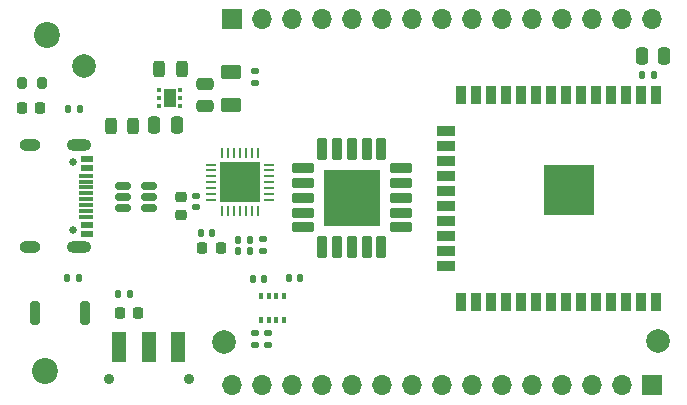
<source format=gbr>
%TF.GenerationSoftware,KiCad,Pcbnew,7.0.5-0*%
%TF.CreationDate,2024-04-28T23:55:43+02:00*%
%TF.ProjectId,esp32-eter,65737033-322d-4657-9465-722e6b696361,rev?*%
%TF.SameCoordinates,Original*%
%TF.FileFunction,Soldermask,Top*%
%TF.FilePolarity,Negative*%
%FSLAX46Y46*%
G04 Gerber Fmt 4.6, Leading zero omitted, Abs format (unit mm)*
G04 Created by KiCad (PCBNEW 7.0.5-0) date 2024-04-28 23:55:43*
%MOMM*%
%LPD*%
G01*
G04 APERTURE LIST*
G04 Aperture macros list*
%AMRoundRect*
0 Rectangle with rounded corners*
0 $1 Rounding radius*
0 $2 $3 $4 $5 $6 $7 $8 $9 X,Y pos of 4 corners*
0 Add a 4 corners polygon primitive as box body*
4,1,4,$2,$3,$4,$5,$6,$7,$8,$9,$2,$3,0*
0 Add four circle primitives for the rounded corners*
1,1,$1+$1,$2,$3*
1,1,$1+$1,$4,$5*
1,1,$1+$1,$6,$7*
1,1,$1+$1,$8,$9*
0 Add four rect primitives between the rounded corners*
20,1,$1+$1,$2,$3,$4,$5,0*
20,1,$1+$1,$4,$5,$6,$7,0*
20,1,$1+$1,$6,$7,$8,$9,0*
20,1,$1+$1,$8,$9,$2,$3,0*%
G04 Aperture macros list end*
%ADD10RoundRect,0.135000X0.135000X0.185000X-0.135000X0.185000X-0.135000X-0.185000X0.135000X-0.185000X0*%
%ADD11C,2.000000*%
%ADD12R,1.700000X1.700000*%
%ADD13O,1.700000X1.700000*%
%ADD14R,0.900000X1.500000*%
%ADD15R,1.500000X0.900000*%
%ADD16C,0.600000*%
%ADD17R,4.200000X4.200000*%
%ADD18RoundRect,0.140000X-0.140000X-0.170000X0.140000X-0.170000X0.140000X0.170000X-0.140000X0.170000X0*%
%ADD19RoundRect,0.200000X-0.200000X-0.275000X0.200000X-0.275000X0.200000X0.275000X-0.200000X0.275000X0*%
%ADD20RoundRect,0.135000X-0.185000X0.135000X-0.185000X-0.135000X0.185000X-0.135000X0.185000X0.135000X0*%
%ADD21RoundRect,0.093750X0.093750X0.106250X-0.093750X0.106250X-0.093750X-0.106250X0.093750X-0.106250X0*%
%ADD22R,1.000000X1.600000*%
%ADD23C,0.650000*%
%ADD24R,1.000000X0.600000*%
%ADD25R,1.150000X0.300000*%
%ADD26O,2.100000X1.000000*%
%ADD27O,1.800000X1.000000*%
%ADD28RoundRect,0.250000X0.475000X-0.250000X0.475000X0.250000X-0.475000X0.250000X-0.475000X-0.250000X0*%
%ADD29RoundRect,0.243750X0.243750X0.456250X-0.243750X0.456250X-0.243750X-0.456250X0.243750X-0.456250X0*%
%ADD30C,0.900000*%
%ADD31R,1.250000X2.500000*%
%ADD32RoundRect,0.140000X-0.170000X0.140000X-0.170000X-0.140000X0.170000X-0.140000X0.170000X0.140000X0*%
%ADD33R,0.350000X0.500000*%
%ADD34RoundRect,0.250000X-0.625000X0.375000X-0.625000X-0.375000X0.625000X-0.375000X0.625000X0.375000X0*%
%ADD35RoundRect,0.135000X-0.135000X-0.185000X0.135000X-0.185000X0.135000X0.185000X-0.135000X0.185000X0*%
%ADD36RoundRect,0.140000X0.140000X0.170000X-0.140000X0.170000X-0.140000X-0.170000X0.140000X-0.170000X0*%
%ADD37RoundRect,0.225000X-0.250000X0.225000X-0.250000X-0.225000X0.250000X-0.225000X0.250000X0.225000X0*%
%ADD38C,2.200000*%
%ADD39RoundRect,0.250000X-0.250000X-0.475000X0.250000X-0.475000X0.250000X0.475000X-0.250000X0.475000X0*%
%ADD40RoundRect,0.243750X-0.243750X-0.456250X0.243750X-0.456250X0.243750X0.456250X-0.243750X0.456250X0*%
%ADD41RoundRect,0.062500X-0.337500X-0.062500X0.337500X-0.062500X0.337500X0.062500X-0.337500X0.062500X0*%
%ADD42RoundRect,0.062500X-0.062500X-0.337500X0.062500X-0.337500X0.062500X0.337500X-0.062500X0.337500X0*%
%ADD43R,3.350000X3.350000*%
%ADD44RoundRect,0.225000X-0.225000X-0.250000X0.225000X-0.250000X0.225000X0.250000X-0.225000X0.250000X0*%
%ADD45RoundRect,0.200000X0.200000X0.800000X-0.200000X0.800000X-0.200000X-0.800000X0.200000X-0.800000X0*%
%ADD46RoundRect,0.135000X0.185000X-0.135000X0.185000X0.135000X-0.185000X0.135000X-0.185000X-0.135000X0*%
%ADD47RoundRect,0.212500X-0.737500X-0.212500X0.737500X-0.212500X0.737500X0.212500X-0.737500X0.212500X0*%
%ADD48RoundRect,0.212500X-0.212500X-0.737500X0.212500X-0.737500X0.212500X0.737500X-0.212500X0.737500X0*%
%ADD49R,4.800000X4.800000*%
%ADD50RoundRect,0.150000X-0.512500X-0.150000X0.512500X-0.150000X0.512500X0.150000X-0.512500X0.150000X0*%
%ADD51RoundRect,0.225000X0.225000X0.250000X-0.225000X0.250000X-0.225000X-0.250000X0.225000X-0.250000X0*%
G04 APERTURE END LIST*
D10*
%TO.C,R3*%
X87560000Y-71660000D03*
X86540000Y-71660000D03*
%TD*%
D11*
%TO.C,FM2*%
X73500000Y-56000000D03*
%TD*%
D12*
%TO.C,J2*%
X121620000Y-83000000D03*
D13*
X119080000Y-83000000D03*
X116540000Y-83000000D03*
X114000000Y-83000000D03*
X111460000Y-83000000D03*
X108920000Y-83000000D03*
X106380000Y-83000000D03*
X103840000Y-83000000D03*
X101300000Y-83000000D03*
X98760000Y-83000000D03*
X96220000Y-83000000D03*
X93680000Y-83000000D03*
X91140000Y-83000000D03*
X88600000Y-83000000D03*
X86060000Y-83000000D03*
%TD*%
D12*
%TO.C,J3*%
X86060000Y-52000000D03*
D13*
X88600000Y-52000000D03*
X91140000Y-52000000D03*
X93680000Y-52000000D03*
X96220000Y-52000000D03*
X98760000Y-52000000D03*
X101300000Y-52000000D03*
X103840000Y-52000000D03*
X106380000Y-52000000D03*
X108920000Y-52000000D03*
X111460000Y-52000000D03*
X114000000Y-52000000D03*
X116540000Y-52000000D03*
X119080000Y-52000000D03*
X121620000Y-52000000D03*
%TD*%
D14*
%TO.C,U1*%
X121920000Y-58420000D03*
X120650000Y-58420000D03*
X119380000Y-58420000D03*
X118110000Y-58420000D03*
X116840000Y-58420000D03*
X115570000Y-58420000D03*
X114300000Y-58420000D03*
X113030000Y-58420000D03*
X111760000Y-58420000D03*
X110490000Y-58420000D03*
X109220000Y-58420000D03*
X107950000Y-58420000D03*
X106680000Y-58420000D03*
X105410000Y-58420000D03*
D15*
X104160000Y-61460000D03*
X104160000Y-62730000D03*
X104160000Y-64000000D03*
X104160000Y-65270000D03*
X104160000Y-66540000D03*
X104160000Y-67810000D03*
X104160000Y-69080000D03*
X104160000Y-70350000D03*
X104160000Y-71620000D03*
X104160000Y-72890000D03*
D14*
X105410000Y-75920000D03*
X106680000Y-75920000D03*
X107950000Y-75920000D03*
X109220000Y-75920000D03*
X110490000Y-75920000D03*
X111760000Y-75920000D03*
X113030000Y-75920000D03*
X114300000Y-75920000D03*
X115570000Y-75920000D03*
X116840000Y-75920000D03*
X118110000Y-75920000D03*
X119380000Y-75920000D03*
X120650000Y-75920000D03*
X121920000Y-75920000D03*
D16*
X115342500Y-64965000D03*
X113817500Y-64965000D03*
X116105000Y-65727500D03*
X114580000Y-65727500D03*
X113055000Y-65727500D03*
X115342500Y-66490000D03*
D17*
X114580000Y-66490000D03*
D16*
X113817500Y-66490000D03*
X116105000Y-67252500D03*
X114580000Y-67252500D03*
X113055000Y-67252500D03*
X115342500Y-68015000D03*
X113817500Y-68015000D03*
%TD*%
D10*
%TO.C,R8*%
X77420000Y-75300000D03*
X76400000Y-75300000D03*
%TD*%
D18*
%TO.C,C2*%
X120770000Y-56750000D03*
X121730000Y-56750000D03*
%TD*%
D19*
%TO.C,R10*%
X68265000Y-57430000D03*
X69915000Y-57430000D03*
%TD*%
D20*
%TO.C,R7*%
X89050000Y-78600000D03*
X89050000Y-79620000D03*
%TD*%
D21*
%TO.C,U4*%
X81650000Y-59340000D03*
X81650000Y-58690000D03*
X81650000Y-58040000D03*
X79875000Y-58040000D03*
X79875000Y-58690000D03*
X79875000Y-59340000D03*
D22*
X80762500Y-58690000D03*
%TD*%
D23*
%TO.C,J1*%
X72605000Y-64110000D03*
X72605000Y-69890000D03*
D24*
X73755000Y-63800000D03*
X73755000Y-64600000D03*
D25*
X73680000Y-65750000D03*
X73680000Y-66750000D03*
X73680000Y-67250000D03*
X73680000Y-68250000D03*
D24*
X73755000Y-69400000D03*
X73755000Y-70200000D03*
X73755000Y-70200000D03*
X73755000Y-69400000D03*
D25*
X73680000Y-68750000D03*
X73680000Y-67750000D03*
X73680000Y-66250000D03*
X73680000Y-65250000D03*
D24*
X73755000Y-64600000D03*
X73755000Y-63800000D03*
D26*
X73105000Y-62680000D03*
D27*
X68925000Y-62680000D03*
D26*
X73105000Y-71320000D03*
D27*
X68925000Y-71320000D03*
%TD*%
D20*
%TO.C,R9*%
X87962500Y-56350000D03*
X87962500Y-57370000D03*
%TD*%
D28*
%TO.C,C8*%
X83712500Y-59370000D03*
X83712500Y-57470000D03*
%TD*%
D29*
%TO.C,D1*%
X77662500Y-61020000D03*
X75787500Y-61020000D03*
%TD*%
D18*
%TO.C,C3*%
X83370000Y-70070000D03*
X84330000Y-70070000D03*
%TD*%
D30*
%TO.C,SW2*%
X75600000Y-82500000D03*
X82400000Y-82500000D03*
D31*
X76500000Y-79750000D03*
X79000000Y-79750000D03*
X81500000Y-79750000D03*
%TD*%
D32*
%TO.C,C6*%
X82960000Y-66980000D03*
X82960000Y-67940000D03*
%TD*%
D20*
%TO.C,R6*%
X87950000Y-78600000D03*
X87950000Y-79620000D03*
%TD*%
D33*
%TO.C,U5*%
X90450000Y-77485000D03*
X89800000Y-77485000D03*
X89150000Y-77485000D03*
X88500000Y-77485000D03*
X88500000Y-75435000D03*
X89150000Y-75435000D03*
X89800000Y-75435000D03*
X90450000Y-75435000D03*
%TD*%
D34*
%TO.C,D3*%
X85962500Y-56480000D03*
X85962500Y-59280000D03*
%TD*%
D35*
%TO.C,R4*%
X86530000Y-70660000D03*
X87550000Y-70660000D03*
%TD*%
D36*
%TO.C,C9*%
X88730000Y-74000000D03*
X87770000Y-74000000D03*
%TD*%
D37*
%TO.C,C5*%
X81710000Y-67060000D03*
X81710000Y-68610000D03*
%TD*%
D11*
%TO.C,FM3*%
X122100000Y-79230000D03*
%TD*%
D18*
%TO.C,C10*%
X90870000Y-73950000D03*
X91830000Y-73950000D03*
%TD*%
D38*
%TO.C,H2*%
X70166726Y-81750000D03*
%TD*%
D11*
%TO.C,FM1*%
X85320000Y-79320000D03*
%TD*%
D38*
%TO.C,H1*%
X70333274Y-53333274D03*
%TD*%
D39*
%TO.C,C7*%
X79462500Y-61000000D03*
X81362500Y-61000000D03*
%TD*%
D40*
%TO.C,D2*%
X79887500Y-56200000D03*
X81762500Y-56200000D03*
%TD*%
D41*
%TO.C,U3*%
X84260000Y-64310000D03*
X84260000Y-64810000D03*
X84260000Y-65310000D03*
X84260000Y-65810000D03*
X84260000Y-66310000D03*
X84260000Y-66810000D03*
X84260000Y-67310000D03*
D42*
X85210000Y-68260000D03*
X85710000Y-68260000D03*
X86210000Y-68260000D03*
X86710000Y-68260000D03*
X87210000Y-68260000D03*
X87710000Y-68260000D03*
X88210000Y-68260000D03*
D41*
X89160000Y-67310000D03*
X89160000Y-66810000D03*
X89160000Y-66310000D03*
X89160000Y-65810000D03*
X89160000Y-65310000D03*
X89160000Y-64810000D03*
X89160000Y-64310000D03*
D42*
X88210000Y-63360000D03*
X87710000Y-63360000D03*
X87210000Y-63360000D03*
X86710000Y-63360000D03*
X86210000Y-63360000D03*
X85710000Y-63360000D03*
X85210000Y-63360000D03*
D43*
X86710000Y-65810000D03*
%TD*%
D44*
%TO.C,C11*%
X76525000Y-76900000D03*
X78075000Y-76900000D03*
%TD*%
D39*
%TO.C,C1*%
X120750000Y-55100000D03*
X122650000Y-55100000D03*
%TD*%
D35*
%TO.C,R2*%
X72130000Y-59610000D03*
X73150000Y-59610000D03*
%TD*%
D44*
%TO.C,C4*%
X83525000Y-71370000D03*
X85075000Y-71370000D03*
%TD*%
D45*
%TO.C,SW1*%
X73570000Y-76920000D03*
X69370000Y-76920000D03*
%TD*%
D46*
%TO.C,R5*%
X88650000Y-71670000D03*
X88650000Y-70650000D03*
%TD*%
D47*
%TO.C,U6*%
X92030000Y-64620000D03*
X92030000Y-65870000D03*
X92030000Y-67120000D03*
X92030000Y-68370000D03*
X92030000Y-69620000D03*
D48*
X93680000Y-71270000D03*
X94930000Y-71270000D03*
X96180000Y-71270000D03*
X97430000Y-71270000D03*
X98680000Y-71270000D03*
D47*
X100330000Y-69620000D03*
X100330000Y-68370000D03*
X100330000Y-67120000D03*
X100330000Y-65870000D03*
X100330000Y-64620000D03*
D48*
X98680000Y-62970000D03*
X97430000Y-62970000D03*
X96180000Y-62970000D03*
X94930000Y-62970000D03*
X93680000Y-62970000D03*
D49*
X96180000Y-67120000D03*
%TD*%
D35*
%TO.C,R1*%
X72100000Y-73920000D03*
X73120000Y-73920000D03*
%TD*%
D50*
%TO.C,U2*%
X76762500Y-66130000D03*
X76762500Y-67080000D03*
X76762500Y-68030000D03*
X79037500Y-68030000D03*
X79037500Y-67080000D03*
X79037500Y-66130000D03*
%TD*%
D51*
%TO.C,C12*%
X69775000Y-59560000D03*
X68225000Y-59560000D03*
%TD*%
M02*

</source>
